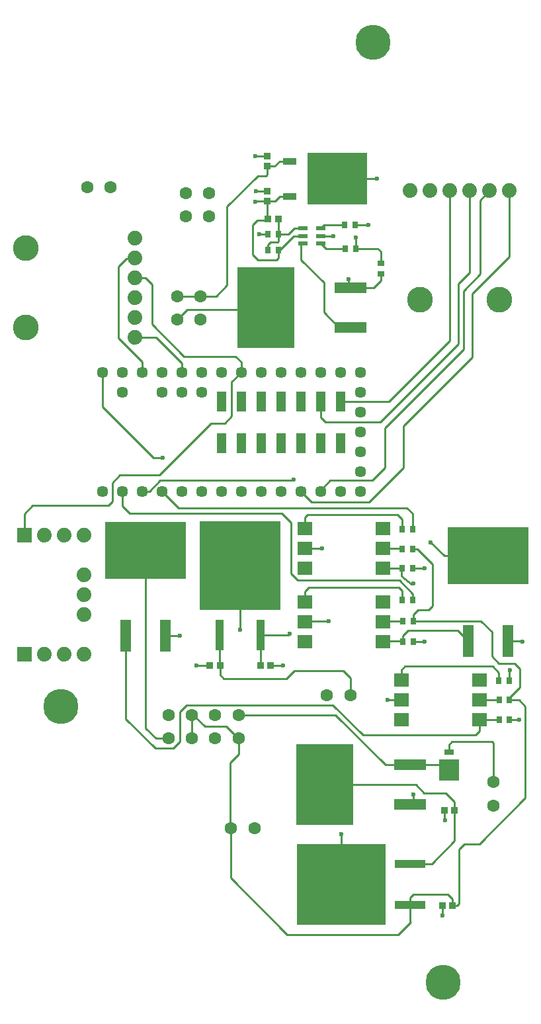
<source format=gtl>
G04 Layer_Physical_Order=1*
G04 Layer_Color=255*
%FSLAX44Y44*%
%MOMM*%
G71*
G01*
G75*
%ADD10R,0.9500X0.8000*%
%ADD11R,1.7018X0.9398*%
%ADD12R,7.7216X6.6548*%
%ADD13R,0.9144X0.8128*%
%ADD14R,1.2192X0.5080*%
%ADD15R,0.8000X0.9500*%
%ADD16R,4.1500X1.4000*%
%ADD17R,7.4000X10.4000*%
%ADD18R,0.8128X0.9144*%
%ADD19R,1.2700X0.7620*%
%ADD20R,2.5400X2.6700*%
%ADD21R,10.4000X7.4000*%
%ADD22R,1.4000X4.1500*%
%ADD23R,0.9906X3.9116*%
%ADD24R,10.4394X11.4554*%
%ADD25R,1.9000X1.7800*%
%ADD26R,3.9116X0.9906*%
%ADD27R,11.4554X10.4394*%
%ADD28R,1.1600X2.5500*%
%ADD29C,0.2500*%
%ADD30C,3.3020*%
%ADD31C,1.8796*%
%ADD32C,1.6000*%
%ADD33C,4.5000*%
%ADD34R,1.8796X1.8796*%
%ADD35C,1.4478*%
%ADD36C,0.6000*%
D10*
X-195000Y201250D02*
D03*
Y214750D02*
D03*
D11*
X-311650Y345500D02*
D03*
Y300500D02*
D03*
D12*
X-250563Y323000D02*
D03*
D13*
X-340563Y294524D02*
D03*
Y307477D02*
D03*
Y339000D02*
D03*
Y351954D02*
D03*
D14*
X-272000Y240500D02*
D03*
Y250000D02*
D03*
Y259501D02*
D03*
X-294860D02*
D03*
Y250000D02*
D03*
Y240500D02*
D03*
D15*
X-240750Y234000D02*
D03*
X-227250D02*
D03*
X-326000Y232000D02*
D03*
X-339500D02*
D03*
X-241500Y264000D02*
D03*
X-228000D02*
D03*
X-326000Y252000D02*
D03*
X-339500D02*
D03*
X-154000Y-216000D02*
D03*
X-167500D02*
D03*
X-167000Y-243000D02*
D03*
X-153500D02*
D03*
X-153250Y-269000D02*
D03*
X-166750D02*
D03*
X-30500Y-319000D02*
D03*
X-44000D02*
D03*
X-43750Y-344000D02*
D03*
X-30250D02*
D03*
X-30250Y-369000D02*
D03*
X-43750D02*
D03*
X-154500Y-125000D02*
D03*
X-168000D02*
D03*
Y-151000D02*
D03*
X-154500D02*
D03*
Y-175000D02*
D03*
X-168000D02*
D03*
D16*
X-233500Y132600D02*
D03*
Y183400D02*
D03*
X-158000Y-427200D02*
D03*
Y-478000D02*
D03*
D17*
X-342500Y158000D02*
D03*
X-267000Y-452600D02*
D03*
D18*
X-339477Y272000D02*
D03*
X-326523D02*
D03*
X-336000Y-300000D02*
D03*
X-348954D02*
D03*
X-414000D02*
D03*
X-401046D02*
D03*
X-116477Y-607000D02*
D03*
X-103523D02*
D03*
X-113477Y-485000D02*
D03*
X-100523D02*
D03*
D19*
X-108000Y-410500D02*
D03*
D20*
Y-434000D02*
D03*
D21*
X-58000Y-159500D02*
D03*
X-496000Y-152671D02*
D03*
D22*
X-32600Y-268500D02*
D03*
X-83400D02*
D03*
X-470600Y-261671D02*
D03*
X-521400D02*
D03*
D23*
X-348600Y-260773D02*
D03*
X-401400D02*
D03*
D24*
X-375000Y-172000D02*
D03*
D25*
X-292043Y-218600D02*
D03*
X-192042Y-244000D02*
D03*
X-292043Y-269400D02*
D03*
X-192042Y-218600D02*
D03*
Y-269400D02*
D03*
X-292043Y-244000D02*
D03*
X-169000Y-318600D02*
D03*
X-69000Y-344000D02*
D03*
X-169000Y-369400D02*
D03*
X-69000Y-318600D02*
D03*
Y-369400D02*
D03*
X-169000Y-344000D02*
D03*
X-291999Y-124969D02*
D03*
X-192000Y-150369D02*
D03*
X-291999Y-175769D02*
D03*
X-192000Y-124969D02*
D03*
Y-175769D02*
D03*
X-291999Y-150369D02*
D03*
D26*
X-157227Y-553600D02*
D03*
Y-606400D02*
D03*
D27*
X-246000Y-580000D02*
D03*
D28*
X-399000Y-15050D02*
D03*
X-373600D02*
D03*
X-399000Y38350D02*
D03*
X-373600D02*
D03*
X-348200D02*
D03*
X-322800D02*
D03*
X-297400D02*
D03*
X-272000D02*
D03*
X-348200Y-15050D02*
D03*
X-322800D02*
D03*
X-297400D02*
D03*
X-272000D02*
D03*
X-246600Y38350D02*
D03*
Y-15050D02*
D03*
D29*
X-236000Y179800D02*
Y195000D01*
X-195000Y193000D02*
Y201250D01*
X-204600Y183400D02*
X-195000Y193000D01*
X-233500Y183400D02*
X-204600D01*
X-521000Y221000D02*
X-505300D01*
X-531000Y119000D02*
Y211000D01*
X-392000Y187000D02*
Y287563D01*
X-352563Y327000D01*
X-356000Y294000D02*
X-355476Y294524D01*
X-340563D01*
X-272000Y240500D02*
X-265500Y234000D01*
X-240750D01*
X-199000D02*
X-195000Y230000D01*
X-227250Y234000D02*
X-199000D01*
X-227250D02*
X-227000Y234250D01*
Y248000D01*
X-227000D01*
X-267500Y264000D02*
X-241500D01*
X-272000Y250000D02*
X-256000D01*
X-195000Y214750D02*
Y230000D01*
X-443250Y155750D02*
X-345000D01*
X-245000Y129000D02*
X-236000D01*
X-30700Y223300D02*
Y307700D01*
X-78000Y176000D02*
X-30700Y223300D01*
X-78000Y95000D02*
Y176000D01*
X-81500Y203500D02*
Y307700D01*
X-96000Y189000D02*
X-81500Y203500D01*
X-96000Y112000D02*
Y189000D01*
X-166000Y7000D02*
X-78000Y95000D01*
X-190000Y4222D02*
X-89222Y105000D01*
X-68000Y201000D02*
Y295800D01*
X-89222Y105000D02*
Y179778D01*
X-68000Y201000D01*
X-196000Y12000D02*
X-96000Y112000D01*
X-68000Y295800D02*
X-56100Y307700D01*
X-166000Y-47000D02*
Y7000D01*
X-210000Y-91000D02*
X-166000Y-47000D01*
X-284000Y-91000D02*
X-210000D01*
X-284000D02*
Y-90400D01*
X-297400Y-77000D02*
X-284000Y-90400D01*
X-266000Y12000D02*
X-196000D01*
X-272000Y18000D02*
X-266000Y12000D01*
X-272000Y18000D02*
Y38350D01*
X-190000Y-47000D02*
Y4222D01*
X-206089Y-63089D02*
X-190000Y-47000D01*
X-260000Y-63089D02*
X-206089D01*
X-272000Y-77000D02*
Y-75089D01*
X-260000Y-63089D01*
X-246600Y38350D02*
X-185350D01*
X-185000Y38000D01*
X-106900Y116100D01*
Y307700D01*
X-352563Y327000D02*
X-342000D01*
X-354523Y307477D02*
X-340563D01*
X-355000Y307000D02*
X-354523Y307477D01*
X-340563Y328438D02*
Y339000D01*
X-342000Y327000D02*
X-340563Y328438D01*
X-406000Y173000D02*
X-392000Y187000D01*
X-297360Y219360D02*
Y238000D01*
Y219360D02*
X-268000Y190000D01*
Y152000D02*
Y190000D01*
Y152000D02*
X-245000Y129000D01*
X-345000Y154400D02*
Y155750D01*
X-456000Y143000D02*
X-443250Y155750D01*
X-154500Y-175000D02*
X-139000D01*
X-14500Y-268500D02*
X-14000Y-269000D01*
X-32600Y-268500D02*
X-14500D01*
X-153250Y-269000D02*
X-139000D01*
X-200000Y323000D02*
X-200000Y323000D01*
X-211000Y264000D02*
Y264000D01*
X-228000D02*
X-211000D01*
X-30250Y-369000D02*
X-18000D01*
X-113477Y-497523D02*
X-113000Y-498000D01*
X-113477Y-497523D02*
Y-485000D01*
X-116477Y-619522D02*
Y-607000D01*
Y-619522D02*
X-116000Y-620000D01*
X-250563Y323000D02*
X-200000D01*
X-351000Y252000D02*
X-339500D01*
X-355954Y351954D02*
X-340563D01*
X-356000Y352000D02*
X-355954Y351954D01*
X-351000Y252000D02*
Y252000D01*
X-290000Y-624000D02*
X-246000Y-580000D01*
X-452329Y-261671D02*
X-452000Y-262000D01*
X-470600Y-261671D02*
X-452329D01*
X-305499Y259501D02*
X-294860D01*
X-326523Y252523D02*
Y272000D01*
X-313000Y252000D02*
X-305499Y259501D01*
X-326000Y252000D02*
X-326000Y252000D01*
X-313000D01*
X-326000Y243001D02*
Y252000D01*
Y243001D02*
X-326000Y243000D01*
X-326523Y252523D02*
X-326000Y252000D01*
X-336000Y242000D02*
X-327000D01*
X-326000Y243000D01*
X-339500Y238500D02*
X-336000Y242000D01*
X-339500Y232000D02*
Y238500D01*
X-306514Y250000D02*
X-294860D01*
X-324500Y300500D02*
X-311650D01*
X-330476Y294524D02*
X-324500Y300500D01*
X-340563Y294524D02*
X-330476D01*
X-340563Y273086D02*
Y294524D01*
Y273086D02*
X-339477Y272000D01*
X-272000Y259501D02*
X-267500Y264000D01*
X-324500Y345500D02*
X-311650D01*
X-330999Y339000D02*
X-324500Y345500D01*
X-340563Y339000D02*
X-330999D01*
X-426000Y173000D02*
X-406000D01*
X-456000D02*
X-426000D01*
X-449800Y75400D02*
Y86800D01*
X-482850Y119850D02*
X-449800Y86800D01*
X-509850Y119850D02*
X-482850D01*
X-192000Y-150369D02*
X-168631D01*
X-168000Y-151000D01*
X-192000Y-175769D02*
X-168768D01*
X-167350Y-268400D02*
X-166750Y-269000D01*
X-292043Y-217600D02*
Y-205043D01*
X-167500Y-216000D02*
Y-204500D01*
X-168000Y-125000D02*
Y-113000D01*
X-348600Y-299646D02*
Y-260773D01*
X-348954Y-300000D02*
X-348600Y-299646D01*
X-186000Y-344000D02*
X-169000D01*
X-158000Y-427200D02*
X-114800D01*
X-108000Y-434000D01*
X-69000Y-344000D02*
X-43750D01*
X-69000Y-369400D02*
X-44149D01*
X-43750Y-369000D01*
X-44000Y-319000D02*
Y-309000D01*
X-169000Y-318600D02*
Y-306000D01*
X-164000Y-301000D01*
X-108000Y-410500D02*
Y-401000D01*
X-140000Y-463000D02*
X-112000D01*
X-157227Y-553600D02*
X-129600D01*
X-100523Y-524523D01*
Y-485000D01*
X-109000Y-593000D02*
X-103523Y-598477D01*
X-157227Y-606400D02*
Y-597227D01*
X-153000Y-593000D01*
X-109000D01*
X-18246Y-344000D02*
X-10246Y-352000D01*
X-30250Y-344000D02*
X-18246D01*
X-103523Y-607000D02*
Y-598477D01*
X-51000Y-449000D02*
Y-399000D01*
X-10246Y-469246D02*
Y-352000D01*
X-69000Y-528000D02*
X-10246Y-469246D01*
X-88000Y-528000D02*
X-69000D01*
X-97246Y-607000D02*
X-95246Y-605000D01*
X-103523Y-607000D02*
X-97246D01*
X-95246Y-535246D02*
X-88000Y-528000D01*
X-95246Y-605000D02*
Y-535246D01*
X-53000Y-288000D02*
Y-257000D01*
X-154500Y-151000D02*
X-148000D01*
X-153500Y-243000D02*
Y-235000D01*
X-148000Y-151000D02*
X-129000Y-170000D01*
X-153500Y-235000D02*
X-147500Y-229000D01*
X-166750Y-269000D02*
Y-261750D01*
X-324514Y232000D02*
X-306514Y250000D01*
X-326000Y232000D02*
X-324514D01*
X-326000Y222000D02*
Y232000D01*
X-329000Y219000D02*
X-326000Y222000D01*
X-341477Y270000D02*
X-339477Y272000D01*
X-359000Y264000D02*
X-353000Y270000D01*
X-341477D01*
X-359000Y226000D02*
Y264000D01*
Y226000D02*
X-352000Y219000D01*
X-329000D01*
X-375000Y-254000D02*
Y-172000D01*
Y-254000D02*
X-375000Y-254000D01*
X-154500Y-125000D02*
Y-105500D01*
X-162000Y-98000D02*
X-154500Y-105500D01*
X-475200Y-77000D02*
X-454200Y-98000D01*
X-162000D01*
X-395000Y10000D02*
X-386000Y19000D01*
Y63000D01*
X-488000Y137000D02*
Y188000D01*
X-496050Y196050D02*
X-488000Y188000D01*
X-509850Y196050D02*
X-496050D01*
X-373600Y75400D02*
Y88600D01*
X-488000Y137000D02*
X-447000Y96000D01*
X-381000D01*
X-373600Y88600D01*
X-401400Y-299646D02*
Y-260773D01*
X-336000Y-300000D02*
X-320000D01*
X-320000Y-300000D01*
X-431000Y-300000D02*
X-414000D01*
X-431000Y-300000D02*
X-431000Y-300000D01*
X-267000Y-452600D02*
X-150400D01*
X-140000Y-463000D01*
X-437000Y-393000D02*
Y-363000D01*
X-435000D01*
X-420000Y-378000D01*
X-393000D01*
X-378000Y-393000D01*
X-377000D01*
Y-413000D02*
Y-393000D01*
X-388000Y-424000D02*
X-377000Y-413000D01*
X-388000Y-507000D02*
Y-424000D01*
Y-507000D02*
X-387000Y-508000D01*
X-246000Y-580000D02*
Y-516000D01*
X-246000Y-516000D01*
X-387000Y-572000D02*
Y-508000D01*
Y-572000D02*
X-315000Y-644000D01*
X-173000D01*
X-157227Y-627773D02*
Y-606400D01*
Y-627773D02*
X-157000Y-628000D01*
X-173000Y-644000D02*
X-157000Y-628000D01*
X-496000Y-380000D02*
Y-152671D01*
X-521400Y-368600D02*
Y-261671D01*
X-377000Y-363000D02*
X-253000D01*
X-188800Y-427200D01*
X-108000Y-401000D02*
X-104000Y-397000D01*
X-53000D01*
X-51000Y-399000D01*
X-218000Y-389000D02*
X-74000D01*
X-69000Y-384000D01*
Y-369400D01*
X-483000Y-393000D02*
X-467000D01*
X-496000Y-380000D02*
X-483000Y-393000D01*
X-461000Y-406000D02*
X-452000Y-397000D01*
X-484000Y-406000D02*
X-461000D01*
X-521400Y-368600D02*
X-484000Y-406000D01*
X-452000Y-397000D02*
Y-359000D01*
X-443750Y-350750D01*
X-442781D01*
X-442281Y-350250D01*
X-256750D02*
X-218000Y-389000D01*
X-442281Y-350250D02*
X-256750D01*
X-234000Y-338000D02*
Y-316000D01*
X-243000Y-307000D02*
X-234000Y-316000D01*
X-306000Y-307000D02*
X-243000D01*
X-316000Y-317000D02*
X-306000Y-307000D01*
X-401400Y-299646D02*
X-401046Y-300000D01*
Y-311954D02*
Y-300000D01*
Y-311954D02*
X-396000Y-317000D01*
X-316000D01*
X-292043Y-243000D02*
X-270000D01*
X-192042Y-268400D02*
X-167350D01*
X-192042Y-243000D02*
X-167000D01*
X-291999Y-150369D02*
X-270369D01*
X-270000Y-150000D01*
X-348600Y-260773D02*
X-312773D01*
X-311386Y-259386D01*
X-386000Y63000D02*
X-373600Y75400D01*
X-551400Y31400D02*
Y75400D01*
Y31400D02*
X-486000Y-34000D01*
X-474000D01*
X-188800Y-427200D02*
X-158000D01*
X-100523Y-485000D02*
Y-474477D01*
X-112000Y-463000D02*
X-100523Y-474477D01*
X-24000Y-297000D02*
X-17000Y-304000D01*
X-30250Y-344000D02*
Y-341250D01*
X-17000Y-328000D01*
Y-304000D01*
X-30500Y-319000D02*
Y-306500D01*
X-30000Y-306000D01*
X-96900Y-255000D02*
X-83400Y-268500D01*
X-166750Y-261750D02*
X-160000Y-255000D01*
X-96900D01*
X-53000Y-288000D02*
X-44000Y-297000D01*
X-24000D01*
X-67000Y-243000D02*
X-53000Y-257000D01*
X-153500Y-243000D02*
X-67000D01*
X-164000Y-301000D02*
X-52000D01*
X-44000Y-309000D01*
X-412226Y10000D02*
X-395000D01*
X-500600Y-77000D02*
X-491448D01*
X-529000Y-56000D02*
X-478226D01*
X-412226Y10000D01*
X-491448Y-77000D02*
X-477448Y-63000D01*
X-308000D01*
X-307000Y-62000D01*
X-129000Y-224000D02*
Y-170000D01*
X-147500Y-229000D02*
X-134000D01*
X-129000Y-224000D01*
X-174000Y-107000D02*
X-168000Y-113000D01*
X-291999Y-124969D02*
Y-110000D01*
X-289000Y-107000D01*
X-174000D01*
X-305750Y-186429D02*
Y-186250D01*
X-539000Y-66000D02*
X-529000Y-56000D01*
X-539000Y-90246D02*
Y-66000D01*
X-544000Y-95246D02*
X-539000Y-90246D01*
X-526000Y-96000D02*
Y-77000D01*
Y-96000D02*
X-517000Y-105000D01*
X-322000D01*
X-310000Y-182000D02*
X-305750Y-186250D01*
X-310000Y-182000D02*
Y-117000D01*
X-322000Y-105000D02*
X-310000Y-117000D01*
X-305750Y-186429D02*
X-301179Y-191000D01*
X-292043Y-205043D02*
X-287000Y-200000D01*
X-172000D01*
X-167500Y-204500D01*
X-168768Y-185139D02*
Y-175769D01*
Y-185139D02*
X-156178Y-195334D01*
X-153000Y-195000D01*
X-301179Y-191000D02*
X-171000D01*
X-154000Y-208000D01*
Y-216000D02*
Y-208000D01*
X-153000Y-473000D02*
Y-465000D01*
X-158000Y-478000D02*
X-153000Y-473000D01*
X-505300Y221000D02*
X-504850Y221450D01*
X-531000Y211000D02*
X-521000Y221000D01*
X-531000Y119000D02*
X-500600Y88600D01*
Y75400D02*
Y88600D01*
X-292043Y-244000D02*
X-291043Y-243000D01*
X-262000D01*
X-651400Y-132600D02*
Y-105646D01*
X-641000Y-95246D01*
X-544000D01*
X-113500Y-159500D02*
X-58000D01*
X-131000Y-142000D02*
X-113500Y-159500D01*
D30*
X-145000Y168000D02*
D03*
X-43400D02*
D03*
X-649550Y234150D02*
D03*
Y132550D02*
D03*
D31*
X-30700Y307700D02*
D03*
X-56100D02*
D03*
X-81500D02*
D03*
X-106900D02*
D03*
X-132300D02*
D03*
X-157700D02*
D03*
X-626000Y-285000D02*
D03*
X-600600D02*
D03*
X-575200D02*
D03*
X-626000Y-132600D02*
D03*
X-600600D02*
D03*
X-575200D02*
D03*
Y-234200D02*
D03*
Y-208800D02*
D03*
Y-183400D02*
D03*
X-509850Y119850D02*
D03*
Y145250D02*
D03*
Y170650D02*
D03*
Y196050D02*
D03*
Y221450D02*
D03*
Y246850D02*
D03*
D32*
X-571000Y312000D02*
D03*
X-541000D02*
D03*
X-456000Y173000D02*
D03*
X-426000Y143000D02*
D03*
Y173000D02*
D03*
X-456000Y143000D02*
D03*
X-414958Y275000D02*
D03*
X-444957Y305000D02*
D03*
Y275000D02*
D03*
X-414958Y305000D02*
D03*
X-51000Y-449000D02*
D03*
Y-479000D02*
D03*
X-387000Y-508000D02*
D03*
X-357000D02*
D03*
X-407000Y-393000D02*
D03*
Y-363000D02*
D03*
X-377000D02*
D03*
Y-393000D02*
D03*
X-437000D02*
D03*
Y-363000D02*
D03*
X-467000D02*
D03*
Y-393000D02*
D03*
X-234000Y-338000D02*
D03*
X-264000D02*
D03*
D33*
X-205000Y498000D02*
D03*
X-115000Y-705000D02*
D03*
X-605000Y-352000D02*
D03*
D34*
X-651400Y-285000D02*
D03*
Y-132600D02*
D03*
D35*
X-424400Y50000D02*
D03*
X-449800D02*
D03*
X-475200D02*
D03*
X-526000D02*
D03*
X-551400Y75400D02*
D03*
X-526000D02*
D03*
X-500600D02*
D03*
X-475200D02*
D03*
X-449800D02*
D03*
X-424400D02*
D03*
X-399000D02*
D03*
X-373600D02*
D03*
X-348200D02*
D03*
X-322800D02*
D03*
X-297400D02*
D03*
X-272000D02*
D03*
X-246600D02*
D03*
X-221200D02*
D03*
Y50000D02*
D03*
Y24600D02*
D03*
Y-800D02*
D03*
Y-26200D02*
D03*
Y-51600D02*
D03*
Y-77000D02*
D03*
X-246600D02*
D03*
X-272000D02*
D03*
X-297400D02*
D03*
X-322800D02*
D03*
X-348200D02*
D03*
X-373600D02*
D03*
X-399000D02*
D03*
X-424400D02*
D03*
X-449800D02*
D03*
X-475200D02*
D03*
X-500600D02*
D03*
X-526000D02*
D03*
X-551400D02*
D03*
D36*
X-356000Y294000D02*
D03*
X-227000Y248000D02*
D03*
X-256000Y250000D02*
D03*
X-355000Y307000D02*
D03*
X-139000Y-175000D02*
D03*
X-200000Y323000D02*
D03*
X-14000Y-269000D02*
D03*
X-211000Y264000D02*
D03*
X-236000Y195000D02*
D03*
X-18000Y-369000D02*
D03*
X-113000Y-498000D02*
D03*
X-139000Y-269000D02*
D03*
X-116000Y-620000D02*
D03*
X-356000Y352000D02*
D03*
X-351000Y252000D02*
D03*
X-452000Y-262000D02*
D03*
X-186000Y-344000D02*
D03*
X-375000Y-254000D02*
D03*
X-320000Y-300000D02*
D03*
X-431000D02*
D03*
X-153000Y-465000D02*
D03*
Y-195000D02*
D03*
X-246000Y-516000D02*
D03*
X-270000Y-150000D02*
D03*
X-474000Y-34000D02*
D03*
X-311386Y-259386D02*
D03*
X-30000Y-306000D02*
D03*
X-307000Y-62000D02*
D03*
X-262000Y-243000D02*
D03*
X-131000Y-142000D02*
D03*
M02*

</source>
